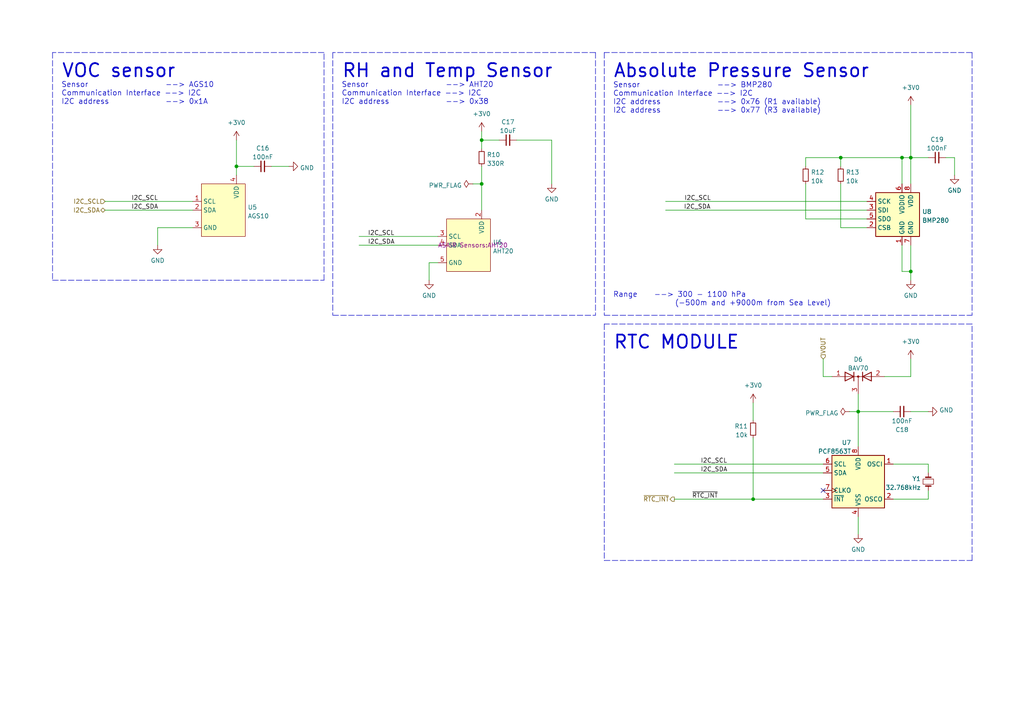
<source format=kicad_sch>
(kicad_sch (version 20211123) (generator eeschema)

  (uuid ce5aa15e-7d1b-40db-bc06-aed8f4184b26)

  (paper "A4")

  (lib_symbols
    (symbol "ASAIR Sensors:AGS10" (in_bom yes) (on_board yes)
      (property "Reference" "U" (id 0) (at 10.16 0 0)
        (effects (font (size 1.27 1.27)))
      )
      (property "Value" "AGS10" (id 1) (at 12.7 2.54 0)
        (effects (font (size 1.27 1.27)))
      )
      (property "Footprint" "ASAIR Sensors:AGS10" (id 2) (at 2.54 0 0)
        (effects (font (size 1.27 1.27)) hide)
      )
      (property "Datasheet" "" (id 3) (at 12.7 7.62 0)
        (effects (font (size 1.27 1.27)) hide)
      )
      (property "ki_description" "I2C TVOC sensor" (id 4) (at 0 0 0)
        (effects (font (size 1.27 1.27)) hide)
      )
      (symbol "AGS10_0_1"
        (rectangle (start -5.08 7.62) (end 7.62 -7.62)
          (stroke (width 0.1524) (type default) (color 0 0 0 0))
          (fill (type background))
        )
      )
      (symbol "AGS10_1_1"
        (pin input line (at -7.62 2.54 0) (length 2.54)
          (name "SCL" (effects (font (size 1.27 1.27))))
          (number "1" (effects (font (size 1.27 1.27))))
        )
        (pin bidirectional line (at -7.62 0 0) (length 2.54)
          (name "SDA" (effects (font (size 1.27 1.27))))
          (number "2" (effects (font (size 1.27 1.27))))
        )
        (pin passive line (at -7.62 -5.08 0) (length 2.54)
          (name "GND" (effects (font (size 1.27 1.27))))
          (number "3" (effects (font (size 1.27 1.27))))
        )
        (pin power_in line (at 5.08 10.16 270) (length 2.54)
          (name "VDD" (effects (font (size 1.27 1.27))))
          (number "4" (effects (font (size 1.27 1.27))))
        )
      )
    )
    (symbol "ASAIR Sensors:AHT20" (in_bom yes) (on_board yes)
      (property "Reference" "U" (id 0) (at 12.7 -2.54 0)
        (effects (font (size 1.27 1.27)))
      )
      (property "Value" "AHT20" (id 1) (at 12.7 0 0)
        (effects (font (size 1.27 1.27)))
      )
      (property "Footprint" "ASAIR Sensors:AHT20" (id 2) (at 2.54 0 0)
        (effects (font (size 1.27 1.27)) hide)
      )
      (property "Datasheet" "" (id 3) (at 2.54 0 0)
        (effects (font (size 1.27 1.27)) hide)
      )
      (property "ki_keywords" "Humidiry, Temperature, RH" (id 4) (at 0 0 0)
        (effects (font (size 1.27 1.27)) hide)
      )
      (property "ki_description" "Humidity and Temperature Sensor, " (id 5) (at 0 0 0)
        (effects (font (size 1.27 1.27)) hide)
      )
      (symbol "AHT20_0_1"
        (rectangle (start -5.08 7.62) (end 7.62 -7.62)
          (stroke (width 0.1524) (type default) (color 0 0 0 0))
          (fill (type background))
        )
      )
      (symbol "AHT20_1_1"
        (pin no_connect line (at 10.16 -5.08 180) (length 2.54) hide
          (name "NC" (effects (font (size 1.27 1.27))))
          (number "1" (effects (font (size 1.27 1.27))))
        )
        (pin power_in line (at 5.08 10.16 270) (length 2.54)
          (name "VDD" (effects (font (size 1.27 1.27))))
          (number "2" (effects (font (size 1.27 1.27))))
        )
        (pin input line (at -7.62 2.54 0) (length 2.54)
          (name "SCL" (effects (font (size 1.27 1.27))))
          (number "3" (effects (font (size 1.27 1.27))))
        )
        (pin bidirectional line (at -7.62 0 0) (length 2.54)
          (name "SDA" (effects (font (size 1.27 1.27))))
          (number "4" (effects (font (size 1.27 1.27))))
        )
        (pin passive line (at -7.62 -5.08 0) (length 2.54)
          (name "GND" (effects (font (size 1.27 1.27))))
          (number "5" (effects (font (size 1.27 1.27))))
        )
        (pin no_connect line (at 10.16 -5.08 180) (length 2.54) hide
          (name "NC" (effects (font (size 1.27 1.27))))
          (number "6" (effects (font (size 1.27 1.27))))
        )
      )
    )
    (symbol "Device:C_Small" (pin_numbers hide) (pin_names (offset 0.254) hide) (in_bom yes) (on_board yes)
      (property "Reference" "C" (id 0) (at 0.254 1.778 0)
        (effects (font (size 1.27 1.27)) (justify left))
      )
      (property "Value" "C_Small" (id 1) (at 0.254 -2.032 0)
        (effects (font (size 1.27 1.27)) (justify left))
      )
      (property "Footprint" "" (id 2) (at 0 0 0)
        (effects (font (size 1.27 1.27)) hide)
      )
      (property "Datasheet" "~" (id 3) (at 0 0 0)
        (effects (font (size 1.27 1.27)) hide)
      )
      (property "ki_keywords" "capacitor cap" (id 4) (at 0 0 0)
        (effects (font (size 1.27 1.27)) hide)
      )
      (property "ki_description" "Unpolarized capacitor, small symbol" (id 5) (at 0 0 0)
        (effects (font (size 1.27 1.27)) hide)
      )
      (property "ki_fp_filters" "C_*" (id 6) (at 0 0 0)
        (effects (font (size 1.27 1.27)) hide)
      )
      (symbol "C_Small_0_1"
        (polyline
          (pts
            (xy -1.524 -0.508)
            (xy 1.524 -0.508)
          )
          (stroke (width 0.3302) (type default) (color 0 0 0 0))
          (fill (type none))
        )
        (polyline
          (pts
            (xy -1.524 0.508)
            (xy 1.524 0.508)
          )
          (stroke (width 0.3048) (type default) (color 0 0 0 0))
          (fill (type none))
        )
      )
      (symbol "C_Small_1_1"
        (pin passive line (at 0 2.54 270) (length 2.032)
          (name "~" (effects (font (size 1.27 1.27))))
          (number "1" (effects (font (size 1.27 1.27))))
        )
        (pin passive line (at 0 -2.54 90) (length 2.032)
          (name "~" (effects (font (size 1.27 1.27))))
          (number "2" (effects (font (size 1.27 1.27))))
        )
      )
    )
    (symbol "Device:Crystal_Small" (pin_numbers hide) (pin_names (offset 1.016) hide) (in_bom yes) (on_board yes)
      (property "Reference" "Y" (id 0) (at 0 2.54 0)
        (effects (font (size 1.27 1.27)))
      )
      (property "Value" "Crystal_Small" (id 1) (at 0 -2.54 0)
        (effects (font (size 1.27 1.27)))
      )
      (property "Footprint" "" (id 2) (at 0 0 0)
        (effects (font (size 1.27 1.27)) hide)
      )
      (property "Datasheet" "~" (id 3) (at 0 0 0)
        (effects (font (size 1.27 1.27)) hide)
      )
      (property "ki_keywords" "quartz ceramic resonator oscillator" (id 4) (at 0 0 0)
        (effects (font (size 1.27 1.27)) hide)
      )
      (property "ki_description" "Two pin crystal, small symbol" (id 5) (at 0 0 0)
        (effects (font (size 1.27 1.27)) hide)
      )
      (property "ki_fp_filters" "Crystal*" (id 6) (at 0 0 0)
        (effects (font (size 1.27 1.27)) hide)
      )
      (symbol "Crystal_Small_0_1"
        (rectangle (start -0.762 -1.524) (end 0.762 1.524)
          (stroke (width 0) (type default) (color 0 0 0 0))
          (fill (type none))
        )
        (polyline
          (pts
            (xy -1.27 -0.762)
            (xy -1.27 0.762)
          )
          (stroke (width 0.381) (type default) (color 0 0 0 0))
          (fill (type none))
        )
        (polyline
          (pts
            (xy 1.27 -0.762)
            (xy 1.27 0.762)
          )
          (stroke (width 0.381) (type default) (color 0 0 0 0))
          (fill (type none))
        )
      )
      (symbol "Crystal_Small_1_1"
        (pin passive line (at -2.54 0 0) (length 1.27)
          (name "1" (effects (font (size 1.27 1.27))))
          (number "1" (effects (font (size 1.27 1.27))))
        )
        (pin passive line (at 2.54 0 180) (length 1.27)
          (name "2" (effects (font (size 1.27 1.27))))
          (number "2" (effects (font (size 1.27 1.27))))
        )
      )
    )
    (symbol "Device:R_Small" (pin_numbers hide) (pin_names (offset 0.254) hide) (in_bom yes) (on_board yes)
      (property "Reference" "R" (id 0) (at 0.762 0.508 0)
        (effects (font (size 1.27 1.27)) (justify left))
      )
      (property "Value" "R_Small" (id 1) (at 0.762 -1.016 0)
        (effects (font (size 1.27 1.27)) (justify left))
      )
      (property "Footprint" "" (id 2) (at 0 0 0)
        (effects (font (size 1.27 1.27)) hide)
      )
      (property "Datasheet" "~" (id 3) (at 0 0 0)
        (effects (font (size 1.27 1.27)) hide)
      )
      (property "ki_keywords" "R resistor" (id 4) (at 0 0 0)
        (effects (font (size 1.27 1.27)) hide)
      )
      (property "ki_description" "Resistor, small symbol" (id 5) (at 0 0 0)
        (effects (font (size 1.27 1.27)) hide)
      )
      (property "ki_fp_filters" "R_*" (id 6) (at 0 0 0)
        (effects (font (size 1.27 1.27)) hide)
      )
      (symbol "R_Small_0_1"
        (rectangle (start -0.762 1.778) (end 0.762 -1.778)
          (stroke (width 0.2032) (type default) (color 0 0 0 0))
          (fill (type none))
        )
      )
      (symbol "R_Small_1_1"
        (pin passive line (at 0 2.54 270) (length 0.762)
          (name "~" (effects (font (size 1.27 1.27))))
          (number "1" (effects (font (size 1.27 1.27))))
        )
        (pin passive line (at 0 -2.54 90) (length 0.762)
          (name "~" (effects (font (size 1.27 1.27))))
          (number "2" (effects (font (size 1.27 1.27))))
        )
      )
    )
    (symbol "Diode:BAV70" (pin_names (offset 0.762) hide) (in_bom yes) (on_board yes)
      (property "Reference" "D" (id 0) (at 0.635 -2.54 0)
        (effects (font (size 1.27 1.27)) (justify left))
      )
      (property "Value" "BAV70" (id 1) (at 0 2.54 0)
        (effects (font (size 1.27 1.27)))
      )
      (property "Footprint" "Package_TO_SOT_SMD:SOT-23" (id 2) (at 0 0 0)
        (effects (font (size 1.27 1.27)) hide)
      )
      (property "Datasheet" "https://assets.nexperia.com/documents/data-sheet/BAV70_SER.pdf" (id 3) (at 0 0 0)
        (effects (font (size 1.27 1.27)) hide)
      )
      (property "ki_keywords" "diode" (id 4) (at 0 0 0)
        (effects (font (size 1.27 1.27)) hide)
      )
      (property "ki_description" "Dual 100V 215mA high-speed switching diodes, common cathode, SOT-23" (id 5) (at 0 0 0)
        (effects (font (size 1.27 1.27)) hide)
      )
      (property "ki_fp_filters" "SOT?23*" (id 6) (at 0 0 0)
        (effects (font (size 1.27 1.27)) hide)
      )
      (symbol "BAV70_0_1"
        (polyline
          (pts
            (xy -3.81 0)
            (xy 3.81 0)
          )
          (stroke (width 0) (type default) (color 0 0 0 0))
          (fill (type none))
        )
        (polyline
          (pts
            (xy 0 0)
            (xy 0 -2.54)
          )
          (stroke (width 0) (type default) (color 0 0 0 0))
          (fill (type none))
        )
        (polyline
          (pts
            (xy -1.27 -1.27)
            (xy -1.27 1.27)
            (xy -1.27 1.27)
          )
          (stroke (width 0.254) (type default) (color 0 0 0 0))
          (fill (type none))
        )
        (polyline
          (pts
            (xy 1.27 -1.27)
            (xy 1.27 1.27)
            (xy 1.27 1.27)
          )
          (stroke (width 0.254) (type default) (color 0 0 0 0))
          (fill (type none))
        )
        (polyline
          (pts
            (xy -3.81 1.27)
            (xy -1.27 0)
            (xy -3.81 -1.27)
            (xy -3.81 1.27)
            (xy -3.81 1.27)
            (xy -3.81 1.27)
          )
          (stroke (width 0.254) (type default) (color 0 0 0 0))
          (fill (type none))
        )
        (polyline
          (pts
            (xy 3.81 -1.27)
            (xy 1.27 0)
            (xy 3.81 1.27)
            (xy 3.81 -1.27)
            (xy 3.81 -1.27)
            (xy 3.81 -1.27)
          )
          (stroke (width 0.254) (type default) (color 0 0 0 0))
          (fill (type none))
        )
        (circle (center 0 0) (radius 0.254)
          (stroke (width 0) (type default) (color 0 0 0 0))
          (fill (type outline))
        )
        (pin passive line (at -7.62 0 0) (length 3.81)
          (name "A" (effects (font (size 1.27 1.27))))
          (number "1" (effects (font (size 1.27 1.27))))
        )
        (pin passive line (at 7.62 0 180) (length 3.81)
          (name "A" (effects (font (size 1.27 1.27))))
          (number "2" (effects (font (size 1.27 1.27))))
        )
        (pin passive line (at 0 -5.08 90) (length 2.54)
          (name "K" (effects (font (size 1.27 1.27))))
          (number "3" (effects (font (size 1.27 1.27))))
        )
      )
    )
    (symbol "Sensor_Pressure:BMP280" (in_bom yes) (on_board yes)
      (property "Reference" "U" (id 0) (at -7.62 10.16 0)
        (effects (font (size 1.27 1.27)) (justify left top))
      )
      (property "Value" "BMP280" (id 1) (at 5.08 10.16 0)
        (effects (font (size 1.27 1.27)) (justify left top))
      )
      (property "Footprint" "Package_LGA:Bosch_LGA-8_2x2.5mm_P0.65mm_ClockwisePinNumbering" (id 2) (at 0 -17.78 0)
        (effects (font (size 1.27 1.27)) hide)
      )
      (property "Datasheet" "https://ae-bst.resource.bosch.com/media/_tech/media/datasheets/BST-BMP280-DS001.pdf" (id 3) (at 0 0 0)
        (effects (font (size 1.27 1.27)) hide)
      )
      (property "ki_keywords" "I2C, SPI, pressure, temperature, sensor" (id 4) (at 0 0 0)
        (effects (font (size 1.27 1.27)) hide)
      )
      (property "ki_description" "Absolute Barometric Pressure Sensor, LGA-8" (id 5) (at 0 0 0)
        (effects (font (size 1.27 1.27)) hide)
      )
      (property "ki_fp_filters" "Bosch*LGA*2x2.5mm*P0.65mm*" (id 6) (at 0 0 0)
        (effects (font (size 1.27 1.27)) hide)
      )
      (symbol "BMP280_0_1"
        (rectangle (start -7.62 -5.08) (end 5.08 7.62)
          (stroke (width 0.254) (type default) (color 0 0 0 0))
          (fill (type background))
        )
      )
      (symbol "BMP280_1_1"
        (pin power_in line (at 0 -7.62 90) (length 2.54)
          (name "GND" (effects (font (size 1.27 1.27))))
          (number "1" (effects (font (size 1.27 1.27))))
        )
        (pin input line (at -10.16 -2.54 0) (length 2.54)
          (name "CSB" (effects (font (size 1.27 1.27))))
          (number "2" (effects (font (size 1.27 1.27))))
        )
        (pin bidirectional line (at -10.16 2.54 0) (length 2.54)
          (name "SDI" (effects (font (size 1.27 1.27))))
          (number "3" (effects (font (size 1.27 1.27))))
        )
        (pin input line (at -10.16 5.08 0) (length 2.54)
          (name "SCK" (effects (font (size 1.27 1.27))))
          (number "4" (effects (font (size 1.27 1.27))))
        )
        (pin bidirectional line (at -10.16 0 0) (length 2.54)
          (name "SDO" (effects (font (size 1.27 1.27))))
          (number "5" (effects (font (size 1.27 1.27))))
        )
        (pin power_in line (at 0 10.16 270) (length 2.54)
          (name "VDDIO" (effects (font (size 1.27 1.27))))
          (number "6" (effects (font (size 1.27 1.27))))
        )
        (pin power_in line (at 2.54 -7.62 90) (length 2.54)
          (name "GND" (effects (font (size 1.27 1.27))))
          (number "7" (effects (font (size 1.27 1.27))))
        )
        (pin power_in line (at 2.54 10.16 270) (length 2.54)
          (name "VDD" (effects (font (size 1.27 1.27))))
          (number "8" (effects (font (size 1.27 1.27))))
        )
      )
    )
    (symbol "Timer_RTC:PCF8563T" (in_bom yes) (on_board yes)
      (property "Reference" "U" (id 0) (at -7.62 8.89 0)
        (effects (font (size 1.27 1.27)) (justify left))
      )
      (property "Value" "PCF8563T" (id 1) (at 2.54 8.89 0)
        (effects (font (size 1.27 1.27)) (justify left))
      )
      (property "Footprint" "Package_SO:SOIC-8_3.9x4.9mm_P1.27mm" (id 2) (at 0 0 0)
        (effects (font (size 1.27 1.27)) hide)
      )
      (property "Datasheet" "https://www.nxp.com/docs/en/data-sheet/PCF8563.pdf" (id 3) (at 0 0 0)
        (effects (font (size 1.27 1.27)) hide)
      )
      (property "ki_keywords" "I2C RTC Clock Calendar" (id 4) (at 0 0 0)
        (effects (font (size 1.27 1.27)) hide)
      )
      (property "ki_description" "Realtime Clock/Calendar I2C Interface, SOIC-8" (id 5) (at 0 0 0)
        (effects (font (size 1.27 1.27)) hide)
      )
      (property "ki_fp_filters" "SOIC*3.9x4.9mm*P1.27mm*" (id 6) (at 0 0 0)
        (effects (font (size 1.27 1.27)) hide)
      )
      (symbol "PCF8563T_0_1"
        (rectangle (start -7.62 7.62) (end 7.62 -7.62)
          (stroke (width 0.254) (type default) (color 0 0 0 0))
          (fill (type background))
        )
      )
      (symbol "PCF8563T_1_1"
        (pin input line (at -10.16 5.08 0) (length 2.54)
          (name "OSCI" (effects (font (size 1.27 1.27))))
          (number "1" (effects (font (size 1.27 1.27))))
        )
        (pin output line (at -10.16 -5.08 0) (length 2.54)
          (name "OSCO" (effects (font (size 1.27 1.27))))
          (number "2" (effects (font (size 1.27 1.27))))
        )
        (pin output line (at 10.16 -5.08 180) (length 2.54)
          (name "~{INT}" (effects (font (size 1.27 1.27))))
          (number "3" (effects (font (size 1.27 1.27))))
        )
        (pin power_in line (at 0 -10.16 90) (length 2.54)
          (name "VSS" (effects (font (size 1.27 1.27))))
          (number "4" (effects (font (size 1.27 1.27))))
        )
        (pin bidirectional line (at 10.16 2.54 180) (length 2.54)
          (name "SDA" (effects (font (size 1.27 1.27))))
          (number "5" (effects (font (size 1.27 1.27))))
        )
        (pin input line (at 10.16 5.08 180) (length 2.54)
          (name "SCL" (effects (font (size 1.27 1.27))))
          (number "6" (effects (font (size 1.27 1.27))))
        )
        (pin output clock (at 10.16 -2.54 180) (length 2.54)
          (name "CLKO" (effects (font (size 1.27 1.27))))
          (number "7" (effects (font (size 1.27 1.27))))
        )
        (pin power_in line (at 0 10.16 270) (length 2.54)
          (name "VDD" (effects (font (size 1.27 1.27))))
          (number "8" (effects (font (size 1.27 1.27))))
        )
      )
    )
    (symbol "power:+3V0" (power) (pin_names (offset 0)) (in_bom yes) (on_board yes)
      (property "Reference" "#PWR" (id 0) (at 0 -3.81 0)
        (effects (font (size 1.27 1.27)) hide)
      )
      (property "Value" "+3V0" (id 1) (at 0 3.556 0)
        (effects (font (size 1.27 1.27)))
      )
      (property "Footprint" "" (id 2) (at 0 0 0)
        (effects (font (size 1.27 1.27)) hide)
      )
      (property "Datasheet" "" (id 3) (at 0 0 0)
        (effects (font (size 1.27 1.27)) hide)
      )
      (property "ki_keywords" "power-flag" (id 4) (at 0 0 0)
        (effects (font (size 1.27 1.27)) hide)
      )
      (property "ki_description" "Power symbol creates a global label with name \"+3V0\"" (id 5) (at 0 0 0)
        (effects (font (size 1.27 1.27)) hide)
      )
      (symbol "+3V0_0_1"
        (polyline
          (pts
            (xy -0.762 1.27)
            (xy 0 2.54)
          )
          (stroke (width 0) (type default) (color 0 0 0 0))
          (fill (type none))
        )
        (polyline
          (pts
            (xy 0 0)
            (xy 0 2.54)
          )
          (stroke (width 0) (type default) (color 0 0 0 0))
          (fill (type none))
        )
        (polyline
          (pts
            (xy 0 2.54)
            (xy 0.762 1.27)
          )
          (stroke (width 0) (type default) (color 0 0 0 0))
          (fill (type none))
        )
      )
      (symbol "+3V0_1_1"
        (pin power_in line (at 0 0 90) (length 0) hide
          (name "+3V0" (effects (font (size 1.27 1.27))))
          (number "1" (effects (font (size 1.27 1.27))))
        )
      )
    )
    (symbol "power:GND" (power) (pin_names (offset 0)) (in_bom yes) (on_board yes)
      (property "Reference" "#PWR" (id 0) (at 0 -6.35 0)
        (effects (font (size 1.27 1.27)) hide)
      )
      (property "Value" "GND" (id 1) (at 0 -3.81 0)
        (effects (font (size 1.27 1.27)))
      )
      (property "Footprint" "" (id 2) (at 0 0 0)
        (effects (font (size 1.27 1.27)) hide)
      )
      (property "Datasheet" "" (id 3) (at 0 0 0)
        (effects (font (size 1.27 1.27)) hide)
      )
      (property "ki_keywords" "power-flag" (id 4) (at 0 0 0)
        (effects (font (size 1.27 1.27)) hide)
      )
      (property "ki_description" "Power symbol creates a global label with name \"GND\" , ground" (id 5) (at 0 0 0)
        (effects (font (size 1.27 1.27)) hide)
      )
      (symbol "GND_0_1"
        (polyline
          (pts
            (xy 0 0)
            (xy 0 -1.27)
            (xy 1.27 -1.27)
            (xy 0 -2.54)
            (xy -1.27 -1.27)
            (xy 0 -1.27)
          )
          (stroke (width 0) (type default) (color 0 0 0 0))
          (fill (type none))
        )
      )
      (symbol "GND_1_1"
        (pin power_in line (at 0 0 270) (length 0) hide
          (name "GND" (effects (font (size 1.27 1.27))))
          (number "1" (effects (font (size 1.27 1.27))))
        )
      )
    )
    (symbol "power:PWR_FLAG" (power) (pin_numbers hide) (pin_names (offset 0) hide) (in_bom yes) (on_board yes)
      (property "Reference" "#FLG" (id 0) (at 0 1.905 0)
        (effects (font (size 1.27 1.27)) hide)
      )
      (property "Value" "PWR_FLAG" (id 1) (at 0 3.81 0)
        (effects (font (size 1.27 1.27)))
      )
      (property "Footprint" "" (id 2) (at 0 0 0)
        (effects (font (size 1.27 1.27)) hide)
      )
      (property "Datasheet" "~" (id 3) (at 0 0 0)
        (effects (font (size 1.27 1.27)) hide)
      )
      (property "ki_keywords" "power-flag" (id 4) (at 0 0 0)
        (effects (font (size 1.27 1.27)) hide)
      )
      (property "ki_description" "Special symbol for telling ERC where power comes from" (id 5) (at 0 0 0)
        (effects (font (size 1.27 1.27)) hide)
      )
      (symbol "PWR_FLAG_0_0"
        (pin power_out line (at 0 0 90) (length 0)
          (name "pwr" (effects (font (size 1.27 1.27))))
          (number "1" (effects (font (size 1.27 1.27))))
        )
      )
      (symbol "PWR_FLAG_0_1"
        (polyline
          (pts
            (xy 0 0)
            (xy 0 1.27)
            (xy -1.016 1.905)
            (xy 0 2.54)
            (xy 1.016 1.905)
            (xy 0 1.27)
          )
          (stroke (width 0) (type default) (color 0 0 0 0))
          (fill (type none))
        )
      )
    )
  )

  (junction (at 68.58 48.26) (diameter 0) (color 0 0 0 0)
    (uuid 514c8fe0-b940-4c02-8f61-3312925e44b6)
  )
  (junction (at 264.16 78.74) (diameter 0) (color 0 0 0 0)
    (uuid 5c137bda-812b-48e8-a3f4-19ecc287e474)
  )
  (junction (at 243.84 45.72) (diameter 0) (color 0 0 0 0)
    (uuid 6d29884f-78e6-40a2-9f79-9357d296dace)
  )
  (junction (at 261.62 45.72) (diameter 0) (color 0 0 0 0)
    (uuid 7c0af8ce-afc1-4fc9-b967-cdece32fc7bc)
  )
  (junction (at 248.92 119.38) (diameter 0) (color 0 0 0 0)
    (uuid 8ec5a76d-9679-4179-b8fb-1dd004faf251)
  )
  (junction (at 218.44 144.78) (diameter 0) (color 0 0 0 0)
    (uuid 8f3ab028-e913-4b87-bc75-5938ed146d71)
  )
  (junction (at 139.7 53.34) (diameter 0) (color 0 0 0 0)
    (uuid ca921db5-24c2-49e2-a05c-4aeb32764adf)
  )
  (junction (at 139.7 40.64) (diameter 0) (color 0 0 0 0)
    (uuid d711a0b9-3e63-4cbf-baa5-c33c4fb144fc)
  )
  (junction (at 264.16 45.72) (diameter 0) (color 0 0 0 0)
    (uuid f20c27c1-a694-41f5-beca-2ae330f04090)
  )

  (no_connect (at 238.76 142.24) (uuid 72377e47-a3b5-477d-a9bd-c38a14f473ac))

  (wire (pts (xy 259.08 119.38) (xy 248.92 119.38))
    (stroke (width 0) (type default) (color 0 0 0 0))
    (uuid 065b2d08-bc6f-4358-9d41-da33963253fd)
  )
  (wire (pts (xy 264.16 78.74) (xy 261.62 78.74))
    (stroke (width 0) (type default) (color 0 0 0 0))
    (uuid 09f9fd38-c1dd-4c73-9246-7a97c9f6571f)
  )
  (wire (pts (xy 264.16 45.72) (xy 264.16 53.34))
    (stroke (width 0) (type default) (color 0 0 0 0))
    (uuid 0c1b5f37-1d74-4aef-80db-56090ae746e0)
  )
  (polyline (pts (xy 15.24 81.28) (xy 93.98 81.28))
    (stroke (width 0) (type default) (color 0 0 0 0))
    (uuid 0c6d530b-8b22-4b81-96bc-a18093c13503)
  )

  (wire (pts (xy 246.38 119.38) (xy 248.92 119.38))
    (stroke (width 0) (type default) (color 0 0 0 0))
    (uuid 0e7eae99-d668-4249-a77d-5e0f3bff05d1)
  )
  (wire (pts (xy 218.44 116.84) (xy 218.44 121.92))
    (stroke (width 0) (type default) (color 0 0 0 0))
    (uuid 137232ac-945f-4d49-b595-9e8ac7d535d2)
  )
  (wire (pts (xy 243.84 45.72) (xy 243.84 48.26))
    (stroke (width 0) (type default) (color 0 0 0 0))
    (uuid 1b4da074-c2a4-40e3-9bc7-5b21a0e43d17)
  )
  (wire (pts (xy 238.76 137.16) (xy 195.58 137.16))
    (stroke (width 0) (type default) (color 0 0 0 0))
    (uuid 1c8773bd-5c8f-4de1-84f4-e35a1a666f2a)
  )
  (wire (pts (xy 30.48 60.96) (xy 55.88 60.96))
    (stroke (width 0) (type default) (color 0 0 0 0))
    (uuid 20107ac9-e0ff-4451-8e8f-b3d7e91e5242)
  )
  (wire (pts (xy 137.16 53.34) (xy 139.7 53.34))
    (stroke (width 0) (type default) (color 0 0 0 0))
    (uuid 203eb8ba-2665-4019-a58c-7322080bc764)
  )
  (polyline (pts (xy 93.98 15.24) (xy 15.24 15.24))
    (stroke (width 0) (type default) (color 0 0 0 0))
    (uuid 20457850-778a-4137-9ef1-89e0b1d8a638)
  )

  (wire (pts (xy 261.62 78.74) (xy 261.62 71.12))
    (stroke (width 0) (type default) (color 0 0 0 0))
    (uuid 27ab9ee7-292e-4d75-ad08-e31e31e1e5cd)
  )
  (wire (pts (xy 269.24 137.16) (xy 269.24 134.62))
    (stroke (width 0) (type default) (color 0 0 0 0))
    (uuid 2b32f345-852a-4ffd-8ab1-bfce191962e2)
  )
  (wire (pts (xy 276.86 45.72) (xy 274.32 45.72))
    (stroke (width 0) (type default) (color 0 0 0 0))
    (uuid 2ba75041-9e06-43bb-8222-5f6ffaafdcf7)
  )
  (polyline (pts (xy 96.52 91.44) (xy 172.72 91.44))
    (stroke (width 0) (type default) (color 0 0 0 0))
    (uuid 2c4ab7ae-49df-4df0-bb08-2af076ea07dd)
  )

  (wire (pts (xy 45.72 71.12) (xy 45.72 66.04))
    (stroke (width 0) (type default) (color 0 0 0 0))
    (uuid 2cf7c2df-e166-4cfd-8bd0-a9c72fa604f3)
  )
  (wire (pts (xy 261.62 45.72) (xy 264.16 45.72))
    (stroke (width 0) (type default) (color 0 0 0 0))
    (uuid 330eb577-4c71-47b0-a688-12de022f4bd5)
  )
  (polyline (pts (xy 281.94 15.24) (xy 175.26 15.24))
    (stroke (width 0) (type default) (color 0 0 0 0))
    (uuid 352192e9-a642-472c-87fe-745f862ccf45)
  )

  (wire (pts (xy 248.92 149.86) (xy 248.92 154.94))
    (stroke (width 0) (type default) (color 0 0 0 0))
    (uuid 376b13dd-3398-44c6-b97a-f183967b2a05)
  )
  (wire (pts (xy 45.72 66.04) (xy 55.88 66.04))
    (stroke (width 0) (type default) (color 0 0 0 0))
    (uuid 38f72ccb-3fcc-4828-a486-7bc952cc6a0f)
  )
  (polyline (pts (xy 281.94 15.24) (xy 281.94 91.44))
    (stroke (width 0) (type default) (color 0 0 0 0))
    (uuid 3d4fa329-9c38-4e52-99dd-522cb19ceaf1)
  )
  (polyline (pts (xy 281.94 162.56) (xy 281.94 93.98))
    (stroke (width 0) (type default) (color 0 0 0 0))
    (uuid 45b6cca7-2b42-4e13-9869-420bc2ffcf24)
  )

  (wire (pts (xy 104.14 68.58) (xy 127 68.58))
    (stroke (width 0) (type default) (color 0 0 0 0))
    (uuid 48634b5b-9bf0-4308-9844-64a4c996cce5)
  )
  (wire (pts (xy 238.76 104.14) (xy 238.76 109.22))
    (stroke (width 0) (type default) (color 0 0 0 0))
    (uuid 4a48a024-75d3-4883-917b-011226953896)
  )
  (wire (pts (xy 233.68 48.26) (xy 233.68 45.72))
    (stroke (width 0) (type default) (color 0 0 0 0))
    (uuid 4bca5b3a-da5e-4119-b389-70aac23229c6)
  )
  (wire (pts (xy 193.04 60.96) (xy 251.46 60.96))
    (stroke (width 0) (type default) (color 0 0 0 0))
    (uuid 4ddfd4ce-4c60-4228-b88d-7c812aae45ea)
  )
  (wire (pts (xy 264.16 71.12) (xy 264.16 78.74))
    (stroke (width 0) (type default) (color 0 0 0 0))
    (uuid 50743792-e9a1-4e81-babd-496fd8de92b1)
  )
  (polyline (pts (xy 175.26 15.24) (xy 175.26 91.44))
    (stroke (width 0) (type default) (color 0 0 0 0))
    (uuid 5314821b-2545-4d1a-9bb5-6475b19ff87a)
  )

  (wire (pts (xy 248.92 119.38) (xy 248.92 114.3))
    (stroke (width 0) (type default) (color 0 0 0 0))
    (uuid 538bd4e5-4553-46e6-bb93-213bd85fdb2e)
  )
  (wire (pts (xy 269.24 144.78) (xy 259.08 144.78))
    (stroke (width 0) (type default) (color 0 0 0 0))
    (uuid 5a4c0f3a-dcc1-4336-b041-ab5a8df8ea7c)
  )
  (polyline (pts (xy 96.52 15.24) (xy 96.52 91.44))
    (stroke (width 0) (type default) (color 0 0 0 0))
    (uuid 5bfba6b5-4a7e-4128-a520-60b185558803)
  )

  (wire (pts (xy 233.68 45.72) (xy 243.84 45.72))
    (stroke (width 0) (type default) (color 0 0 0 0))
    (uuid 5e5bc573-f2fc-40a3-96b0-94295fc99dc9)
  )
  (wire (pts (xy 68.58 48.26) (xy 73.66 48.26))
    (stroke (width 0) (type default) (color 0 0 0 0))
    (uuid 5e8ab5c7-18e9-48f3-964c-21b3a8541101)
  )
  (wire (pts (xy 30.48 58.42) (xy 55.88 58.42))
    (stroke (width 0) (type default) (color 0 0 0 0))
    (uuid 620b5cd9-61b0-4b32-83b5-5e770d0b25ac)
  )
  (wire (pts (xy 68.58 48.26) (xy 68.58 50.8))
    (stroke (width 0) (type default) (color 0 0 0 0))
    (uuid 64ca812b-805a-4229-931a-3722b07a93cd)
  )
  (wire (pts (xy 139.7 38.1) (xy 139.7 40.64))
    (stroke (width 0) (type default) (color 0 0 0 0))
    (uuid 652564d8-4a39-46ba-aa64-5935e5539788)
  )
  (wire (pts (xy 218.44 127) (xy 218.44 144.78))
    (stroke (width 0) (type default) (color 0 0 0 0))
    (uuid 6776f8c6-9c17-4cbe-9f2c-82ecc3f5b8cb)
  )
  (polyline (pts (xy 281.94 93.98) (xy 175.26 93.98))
    (stroke (width 0) (type default) (color 0 0 0 0))
    (uuid 71c2d8fd-94b5-40ff-9ab0-ea88ec828f15)
  )
  (polyline (pts (xy 175.26 91.44) (xy 281.94 91.44))
    (stroke (width 0) (type default) (color 0 0 0 0))
    (uuid 7e4a92b8-36df-4dfc-ae3f-60a9d8fce7ce)
  )

  (wire (pts (xy 264.16 78.74) (xy 264.16 81.28))
    (stroke (width 0) (type default) (color 0 0 0 0))
    (uuid 7ede05e5-8d40-4771-b3a7-dd864c4c715e)
  )
  (polyline (pts (xy 175.26 93.98) (xy 175.26 162.56))
    (stroke (width 0) (type default) (color 0 0 0 0))
    (uuid 81e52093-9b48-4df9-8f1e-4fc436b4de1e)
  )

  (wire (pts (xy 276.86 45.72) (xy 276.86 50.8))
    (stroke (width 0) (type default) (color 0 0 0 0))
    (uuid 8545cf91-d97a-44a6-8b70-4571dee63271)
  )
  (wire (pts (xy 139.7 40.64) (xy 139.7 43.18))
    (stroke (width 0) (type default) (color 0 0 0 0))
    (uuid 8809e8ee-afdd-464a-8f5e-57ca091ec50e)
  )
  (wire (pts (xy 68.58 40.64) (xy 68.58 48.26))
    (stroke (width 0) (type default) (color 0 0 0 0))
    (uuid 8d2d2093-d2aa-4944-87f7-bc7cdbc55b55)
  )
  (polyline (pts (xy 93.98 81.28) (xy 93.98 15.24))
    (stroke (width 0) (type default) (color 0 0 0 0))
    (uuid 8d629488-2dfa-4b57-8c6c-49f1fce152d3)
  )

  (wire (pts (xy 243.84 66.04) (xy 251.46 66.04))
    (stroke (width 0) (type default) (color 0 0 0 0))
    (uuid 8dc90f78-7a12-43b4-88c9-b4b1c1ce4252)
  )
  (polyline (pts (xy 172.72 15.24) (xy 172.72 91.44))
    (stroke (width 0) (type default) (color 0 0 0 0))
    (uuid 9134aefa-cebd-42a4-b047-d61ea540d882)
  )

  (wire (pts (xy 261.62 53.34) (xy 261.62 45.72))
    (stroke (width 0) (type default) (color 0 0 0 0))
    (uuid 9701ac64-5064-4ee1-8c42-ea3b500247a4)
  )
  (wire (pts (xy 243.84 53.34) (xy 243.84 66.04))
    (stroke (width 0) (type default) (color 0 0 0 0))
    (uuid a3bc629f-fe1e-48a4-aa9b-ea17c793beee)
  )
  (wire (pts (xy 264.16 119.38) (xy 269.24 119.38))
    (stroke (width 0) (type default) (color 0 0 0 0))
    (uuid a7748edd-e7ef-4f3d-8e7f-75fb3baf5ce6)
  )
  (wire (pts (xy 124.46 81.28) (xy 124.46 76.2))
    (stroke (width 0) (type default) (color 0 0 0 0))
    (uuid a98d5a6d-0690-4c8c-a697-8be79b604eb9)
  )
  (wire (pts (xy 264.16 109.22) (xy 264.16 104.14))
    (stroke (width 0) (type default) (color 0 0 0 0))
    (uuid b379f09f-7a36-49ac-8a49-b3a3b6bb24f5)
  )
  (wire (pts (xy 139.7 53.34) (xy 139.7 60.96))
    (stroke (width 0) (type default) (color 0 0 0 0))
    (uuid b9ac363c-52b1-46a4-a1a1-8b251ed3aa0c)
  )
  (wire (pts (xy 238.76 134.62) (xy 195.58 134.62))
    (stroke (width 0) (type default) (color 0 0 0 0))
    (uuid bc551d21-adf4-47bc-a5e1-df3ab588ebd2)
  )
  (wire (pts (xy 238.76 144.78) (xy 218.44 144.78))
    (stroke (width 0) (type default) (color 0 0 0 0))
    (uuid c68d8085-7d43-4661-9db2-4dd6b5fa1d2d)
  )
  (wire (pts (xy 256.54 109.22) (xy 264.16 109.22))
    (stroke (width 0) (type default) (color 0 0 0 0))
    (uuid c78d6271-c61b-49a3-8b17-16781df82c94)
  )
  (polyline (pts (xy 175.26 162.56) (xy 281.94 162.56))
    (stroke (width 0) (type default) (color 0 0 0 0))
    (uuid cabdb550-8ca8-4694-a942-b10e33261e5a)
  )

  (wire (pts (xy 139.7 48.26) (xy 139.7 53.34))
    (stroke (width 0) (type default) (color 0 0 0 0))
    (uuid cb584bbe-316b-4ca7-b01d-73ae08b3f099)
  )
  (wire (pts (xy 233.68 63.5) (xy 251.46 63.5))
    (stroke (width 0) (type default) (color 0 0 0 0))
    (uuid cca4b522-7748-44ee-9936-9eca4d078fff)
  )
  (wire (pts (xy 238.76 109.22) (xy 241.3 109.22))
    (stroke (width 0) (type default) (color 0 0 0 0))
    (uuid cd5edc6e-8300-4c46-89cb-42d684fbd9dc)
  )
  (polyline (pts (xy 15.24 15.24) (xy 15.24 81.28))
    (stroke (width 0) (type default) (color 0 0 0 0))
    (uuid d2ca68c1-7e6d-4e13-a11d-19d3e54444af)
  )

  (wire (pts (xy 269.24 134.62) (xy 259.08 134.62))
    (stroke (width 0) (type default) (color 0 0 0 0))
    (uuid d90b865e-0275-43de-ab0d-f37e75d80e84)
  )
  (wire (pts (xy 264.16 30.48) (xy 264.16 45.72))
    (stroke (width 0) (type default) (color 0 0 0 0))
    (uuid d913c6fe-f267-418d-8bcc-34440a2a8cfe)
  )
  (wire (pts (xy 193.04 58.42) (xy 251.46 58.42))
    (stroke (width 0) (type default) (color 0 0 0 0))
    (uuid da4ee6c2-cad9-4efe-98a5-9199fd05fc20)
  )
  (wire (pts (xy 104.14 71.12) (xy 127 71.12))
    (stroke (width 0) (type default) (color 0 0 0 0))
    (uuid dad33e4c-9140-4685-99b8-82a3206810ca)
  )
  (wire (pts (xy 269.24 142.24) (xy 269.24 144.78))
    (stroke (width 0) (type default) (color 0 0 0 0))
    (uuid ddf81381-cc97-4aee-8e17-9df3278a63ff)
  )
  (wire (pts (xy 149.86 40.64) (xy 160.02 40.64))
    (stroke (width 0) (type default) (color 0 0 0 0))
    (uuid e40a65ce-2838-495e-9034-4635a2d9f318)
  )
  (wire (pts (xy 264.16 45.72) (xy 269.24 45.72))
    (stroke (width 0) (type default) (color 0 0 0 0))
    (uuid e42c1b96-5b98-45fe-830b-a41ed53c0423)
  )
  (wire (pts (xy 218.44 144.78) (xy 195.58 144.78))
    (stroke (width 0) (type default) (color 0 0 0 0))
    (uuid e8bd3f44-3177-4138-b40f-52015df551d3)
  )
  (wire (pts (xy 124.46 76.2) (xy 127 76.2))
    (stroke (width 0) (type default) (color 0 0 0 0))
    (uuid eb499f76-0c3d-4cc3-960a-a90f5e9253b0)
  )
  (polyline (pts (xy 172.72 15.24) (xy 96.52 15.24))
    (stroke (width 0) (type default) (color 0 0 0 0))
    (uuid ec36ce47-9f84-4ac3-a2e1-e574e9ef409f)
  )

  (wire (pts (xy 83.82 48.26) (xy 78.74 48.26))
    (stroke (width 0) (type default) (color 0 0 0 0))
    (uuid f116aae8-fea1-4baa-8a5c-f79e15684ba1)
  )
  (wire (pts (xy 248.92 119.38) (xy 248.92 129.54))
    (stroke (width 0) (type default) (color 0 0 0 0))
    (uuid f3d4b799-ea3c-4981-8ddc-b6571f4733b5)
  )
  (wire (pts (xy 233.68 53.34) (xy 233.68 63.5))
    (stroke (width 0) (type default) (color 0 0 0 0))
    (uuid f3e3fa3d-433c-489b-a2eb-54c954f2859c)
  )
  (wire (pts (xy 160.02 40.64) (xy 160.02 53.34))
    (stroke (width 0) (type default) (color 0 0 0 0))
    (uuid f737ba0e-860e-4418-bd37-af05c99cf591)
  )
  (wire (pts (xy 261.62 45.72) (xy 243.84 45.72))
    (stroke (width 0) (type default) (color 0 0 0 0))
    (uuid fb83772d-4cd0-4476-9deb-7bc3b1368b62)
  )
  (wire (pts (xy 139.7 40.64) (xy 144.78 40.64))
    (stroke (width 0) (type default) (color 0 0 0 0))
    (uuid fca7e5b9-38d2-43e6-b9cb-7c29c66b567d)
  )

  (text "Sensor				--> AGS10\nCommunication Interface --> I2C\nI2C address			--> 0x1A\n"
    (at 17.78 30.48 0)
    (effects (font (size 1.524 1.524)) (justify left bottom))
    (uuid 020039ca-639d-417e-a2dc-2ba24bf213c8)
  )
  (text "Sensor				--> BMP280\nCommunication Interface --> I2C\nI2C address			--> 0x76 (R1 available)\nI2C address			--> 0x77 (R3 available)\n"
    (at 177.8 33.02 0)
    (effects (font (size 1.524 1.524)) (justify left bottom))
    (uuid 2bddfd9d-37e1-4955-9091-655bb4e8b3e3)
  )
  (text "Range	--> 300 - 1100 hPa\n			(-500m and +9000m from Sea Level)\n"
    (at 177.8 88.9 0)
    (effects (font (size 1.524 1.524)) (justify left bottom))
    (uuid 4742cad2-6004-4855-ab12-9ba8a155c3c1)
  )
  (text "RH and Temp Sensor" (at 99.06 22.86 0)
    (effects (font (size 3.81 3.81) (thickness 0.508) bold) (justify left bottom))
    (uuid 6ac0e7ff-7f7a-4151-b6e2-eaeed7578528)
  )
  (text "RTC MODULE" (at 177.8 101.6 0)
    (effects (font (size 3.81 3.81) (thickness 0.508) bold) (justify left bottom))
    (uuid b141a73f-6a22-4edb-8b3b-7e5244bf22e7)
  )
  (text "Sensor				--> AHT20\nCommunication Interface --> I2C\nI2C address			--> 0x38\n"
    (at 99.06 30.48 0)
    (effects (font (size 1.524 1.524)) (justify left bottom))
    (uuid c9f4b35c-8b73-456a-962d-230f033d5f7c)
  )
  (text "VOC sensor" (at 17.78 22.86 0)
    (effects (font (size 3.81 3.81) (thickness 0.508) bold) (justify left bottom))
    (uuid d340f6a3-a3f1-46bf-bde0-b80763f2f257)
  )
  (text "Absolute Pressure Sensor" (at 177.8 22.86 0)
    (effects (font (size 3.81 3.81) (thickness 0.508) bold) (justify left bottom))
    (uuid f1626d4e-8ff6-4304-bc00-179490cebc4f)
  )

  (label "I2C_SDA" (at 203.2 137.16 0)
    (effects (font (size 1.27 1.27)) (justify left bottom))
    (uuid 1d9ea9c0-9d0a-4d58-814b-f5b01ae2b162)
  )
  (label "~{RTC_INT}" (at 208.28 144.78 180)
    (effects (font (size 1.27 1.27)) (justify right bottom))
    (uuid 1ebd3c52-7a30-4042-bd7a-dcaa870e1401)
  )
  (label "I2C_SDA" (at 106.68 71.12 0)
    (effects (font (size 1.27 1.27)) (justify left bottom))
    (uuid 37c14930-f363-448c-95b3-0deddedd0bf8)
  )
  (label "I2C_SDA" (at 198.3183 60.96 0)
    (effects (font (size 1.27 1.27)) (justify left bottom))
    (uuid 3aa124de-9b7a-4284-b0b8-18390f2c9b60)
  )
  (label "I2C_SCL" (at 106.68 68.58 0)
    (effects (font (size 1.27 1.27)) (justify left bottom))
    (uuid 536e5370-8fd5-4e6f-9695-4c0a4c557fe3)
  )
  (label "I2C_SCL" (at 38.1 58.42 0)
    (effects (font (size 1.27 1.27)) (justify left bottom))
    (uuid 54a2f2d8-b492-400a-963f-8b8dedcb8f6e)
  )
  (label "I2C_SDA" (at 38.1 60.96 0)
    (effects (font (size 1.27 1.27)) (justify left bottom))
    (uuid 96a04cf7-97f5-44ef-9041-f9d7010ae647)
  )
  (label "I2C_SCL" (at 198.4685 58.42 0)
    (effects (font (size 1.27 1.27)) (justify left bottom))
    (uuid c2cf2fd4-353e-4c1d-bfcc-9a11645dc035)
  )
  (label "I2C_SCL" (at 203.2 134.62 0)
    (effects (font (size 1.27 1.27)) (justify left bottom))
    (uuid cc4b2a34-c208-4fde-8ab2-6565efb21d78)
  )

  (hierarchical_label "I2C_SDA" (shape bidirectional) (at 30.48 60.96 180)
    (effects (font (size 1.27 1.27)) (justify right))
    (uuid 013a6205-6c37-44c0-8fb3-cdc8df776b2a)
  )
  (hierarchical_label "I2C_SCL" (shape input) (at 30.48 58.42 180)
    (effects (font (size 1.27 1.27)) (justify right))
    (uuid 0f76ec9c-afa1-4e61-8371-0322508db66a)
  )
  (hierarchical_label "~{RTC_INT}" (shape output) (at 195.58 144.78 180)
    (effects (font (size 1.27 1.27)) (justify right))
    (uuid 48513d3e-b7f0-43bc-bd21-0a2193bb695b)
  )
  (hierarchical_label "VOUT" (shape input) (at 238.76 104.14 90)
    (effects (font (size 1.27 1.27)) (justify left))
    (uuid a7aa33a7-6cd3-472c-ac98-d7fea365fb24)
  )

  (symbol (lib_id "Device:R_Small") (at 218.44 124.46 0) (mirror y) (unit 1)
    (in_bom yes) (on_board yes) (fields_autoplaced)
    (uuid 05546c71-9298-4afa-a95d-4a15c8da9342)
    (property "Reference" "R11" (id 0) (at 216.9414 123.6253 0)
      (effects (font (size 1.27 1.27)) (justify left))
    )
    (property "Value" "10k" (id 1) (at 216.9414 126.1622 0)
      (effects (font (size 1.27 1.27)) (justify left))
    )
    (property "Footprint" "Resistor_SMD:R_0402_1005Metric" (id 2) (at 218.44 124.46 0)
      (effects (font (size 1.27 1.27)) hide)
    )
    (property "Datasheet" "~" (id 3) (at 218.44 124.46 0)
      (effects (font (size 1.27 1.27)) hide)
    )
    (pin "1" (uuid 7364f1af-c0df-4c8d-bbf8-720822f591ae))
    (pin "2" (uuid 901ebc93-ce1f-4bed-8003-a939620cc733))
  )

  (symbol (lib_id "power:GND") (at 276.86 50.8 0) (unit 1)
    (in_bom yes) (on_board yes) (fields_autoplaced)
    (uuid 0e80b6c9-0097-4254-90f3-4c011e81c197)
    (property "Reference" "#PWR033" (id 0) (at 276.86 57.15 0)
      (effects (font (size 1.27 1.27)) hide)
    )
    (property "Value" "GND" (id 1) (at 276.86 55.2434 0))
    (property "Footprint" "" (id 2) (at 276.86 50.8 0)
      (effects (font (size 1.27 1.27)) hide)
    )
    (property "Datasheet" "" (id 3) (at 276.86 50.8 0)
      (effects (font (size 1.27 1.27)) hide)
    )
    (pin "1" (uuid ab7d057e-180c-44e0-a173-b6f5853833ea))
  )

  (symbol (lib_id "power:+3V0") (at 139.7 38.1 0) (unit 1)
    (in_bom yes) (on_board yes) (fields_autoplaced)
    (uuid 0fc32b34-2329-456c-a62a-2087bc74fba7)
    (property "Reference" "#PWR024" (id 0) (at 139.7 41.91 0)
      (effects (font (size 1.27 1.27)) hide)
    )
    (property "Value" "+3V0" (id 1) (at 139.7 33.02 0))
    (property "Footprint" "" (id 2) (at 139.7 38.1 0)
      (effects (font (size 1.27 1.27)) hide)
    )
    (property "Datasheet" "" (id 3) (at 139.7 38.1 0)
      (effects (font (size 1.27 1.27)) hide)
    )
    (pin "1" (uuid 61649db4-87fd-4afa-ac98-768b23340ccd))
  )

  (symbol (lib_id "ASAIR Sensors:AGS10") (at 63.5 60.96 0) (unit 1)
    (in_bom yes) (on_board yes) (fields_autoplaced)
    (uuid 16fb91f6-783f-4e36-8491-4d0b5a949587)
    (property "Reference" "U5" (id 0) (at 71.8312 60.1253 0)
      (effects (font (size 1.27 1.27)) (justify left))
    )
    (property "Value" "AGS10" (id 1) (at 71.8312 62.6622 0)
      (effects (font (size 1.27 1.27)) (justify left))
    )
    (property "Footprint" "ASAIR Sensors:AGS10" (id 2) (at 66.04 60.96 0)
      (effects (font (size 1.27 1.27)) hide)
    )
    (property "Datasheet" "" (id 3) (at 76.2 53.34 0)
      (effects (font (size 1.27 1.27)) hide)
    )
    (pin "1" (uuid ea4e940d-2857-41cd-bd01-1ec3a05536f8))
    (pin "2" (uuid bbff0247-4a2f-4f6e-a92a-2b8fc4c9f8bb))
    (pin "3" (uuid 51ed5d0d-5ca1-4cfa-b3c4-9e84a441bf0c))
    (pin "4" (uuid 6e18971a-c32e-4392-b78e-ee809cb4828b))
  )

  (symbol (lib_id "Device:C_Small") (at 261.62 119.38 90) (mirror x) (unit 1)
    (in_bom yes) (on_board yes) (fields_autoplaced)
    (uuid 1cdf28b3-0eab-48a2-87fa-0a2642d6f304)
    (property "Reference" "C18" (id 0) (at 261.6263 124.6419 90))
    (property "Value" "100nF" (id 1) (at 261.6263 122.105 90))
    (property "Footprint" "Capacitor_SMD:C_0402_1005Metric" (id 2) (at 261.62 119.38 0)
      (effects (font (size 1.27 1.27)) hide)
    )
    (property "Datasheet" "~" (id 3) (at 261.62 119.38 0)
      (effects (font (size 1.27 1.27)) hide)
    )
    (pin "1" (uuid efe2f7f6-61f6-464f-8c6e-244c703d3fc4))
    (pin "2" (uuid 96e042a2-acf1-4ea2-8190-08d2bbf4c48b))
  )

  (symbol (lib_id "Device:C_Small") (at 271.78 45.72 90) (unit 1)
    (in_bom yes) (on_board yes) (fields_autoplaced)
    (uuid 2676a313-c5b7-48fd-9b7c-b8f8d9313dd4)
    (property "Reference" "C19" (id 0) (at 271.7863 40.4581 90))
    (property "Value" "100nF" (id 1) (at 271.7863 42.995 90))
    (property "Footprint" "Capacitor_SMD:C_0402_1005Metric" (id 2) (at 271.78 45.72 0)
      (effects (font (size 1.27 1.27)) hide)
    )
    (property "Datasheet" "~" (id 3) (at 271.78 45.72 0)
      (effects (font (size 1.27 1.27)) hide)
    )
    (pin "1" (uuid 431c3fa7-e8ac-417b-ab11-22f4fc3109f5))
    (pin "2" (uuid 71b3fc8f-ae6b-4570-b00b-7662c1d9c537))
  )

  (symbol (lib_id "power:GND") (at 45.72 71.12 0) (unit 1)
    (in_bom yes) (on_board yes) (fields_autoplaced)
    (uuid 44195e68-ad48-4c8f-9506-f3f5e102c520)
    (property "Reference" "#PWR020" (id 0) (at 45.72 77.47 0)
      (effects (font (size 1.27 1.27)) hide)
    )
    (property "Value" "GND" (id 1) (at 45.72 75.5634 0))
    (property "Footprint" "" (id 2) (at 45.72 71.12 0)
      (effects (font (size 1.27 1.27)) hide)
    )
    (property "Datasheet" "" (id 3) (at 45.72 71.12 0)
      (effects (font (size 1.27 1.27)) hide)
    )
    (pin "1" (uuid d06386f4-ea22-45da-80af-6fdfd53d015a))
  )

  (symbol (lib_id "Device:Crystal_Small") (at 269.24 139.7 270) (mirror x) (unit 1)
    (in_bom yes) (on_board yes) (fields_autoplaced)
    (uuid 462878ea-ef6e-48d0-b915-32d315bcc74b)
    (property "Reference" "Y1" (id 0) (at 267.081 138.8653 90)
      (effects (font (size 1.27 1.27)) (justify right))
    )
    (property "Value" "32.768kHz" (id 1) (at 267.081 141.4022 90)
      (effects (font (size 1.27 1.27)) (justify right))
    )
    (property "Footprint" "Crystal:Crystal_SMD_3215-2Pin_3.2x1.5mm" (id 2) (at 269.24 139.7 0)
      (effects (font (size 1.27 1.27)) hide)
    )
    (property "Datasheet" "~" (id 3) (at 269.24 139.7 0)
      (effects (font (size 1.27 1.27)) hide)
    )
    (pin "1" (uuid 33903805-5f90-404c-883e-c4ed65d0764e))
    (pin "2" (uuid 73ebf9b4-aede-4b8e-b6de-088b3c888fba))
  )

  (symbol (lib_id "power:GND") (at 160.02 53.34 0) (unit 1)
    (in_bom yes) (on_board yes) (fields_autoplaced)
    (uuid 4cf994d6-cb94-4846-9693-5f60cde1344d)
    (property "Reference" "#PWR025" (id 0) (at 160.02 59.69 0)
      (effects (font (size 1.27 1.27)) hide)
    )
    (property "Value" "GND" (id 1) (at 160.02 57.7834 0))
    (property "Footprint" "" (id 2) (at 160.02 53.34 0)
      (effects (font (size 1.27 1.27)) hide)
    )
    (property "Datasheet" "" (id 3) (at 160.02 53.34 0)
      (effects (font (size 1.27 1.27)) hide)
    )
    (pin "1" (uuid a640d710-b816-4537-8d1f-d5752ab053c3))
  )

  (symbol (lib_id "Diode:BAV70") (at 248.92 109.22 0) (unit 1)
    (in_bom yes) (on_board yes) (fields_autoplaced)
    (uuid 5490c3f2-cd41-4c58-81e9-4a790b42a1a1)
    (property "Reference" "D6" (id 0) (at 248.92 104.2502 0))
    (property "Value" "BAV70" (id 1) (at 248.92 106.7871 0))
    (property "Footprint" "Package_TO_SOT_SMD:SOT-23" (id 2) (at 248.92 109.22 0)
      (effects (font (size 1.27 1.27)) hide)
    )
    (property "Datasheet" "https://assets.nexperia.com/documents/data-sheet/BAV70_SER.pdf" (id 3) (at 248.92 109.22 0)
      (effects (font (size 1.27 1.27)) hide)
    )
    (pin "1" (uuid 0aa3dfcf-2cf1-4f15-bba9-fab206842caa))
    (pin "2" (uuid f74b3dd1-7664-48db-be50-54a3f016072a))
    (pin "3" (uuid 7e606b53-e716-48b0-b34e-65276c58e246))
  )

  (symbol (lib_id "power:GND") (at 248.92 154.94 0) (unit 1)
    (in_bom yes) (on_board yes) (fields_autoplaced)
    (uuid 7a830140-6c0f-4f02-9d68-237bac768a31)
    (property "Reference" "#PWR028" (id 0) (at 248.92 161.29 0)
      (effects (font (size 1.27 1.27)) hide)
    )
    (property "Value" "GND" (id 1) (at 248.92 159.3834 0))
    (property "Footprint" "" (id 2) (at 248.92 154.94 0)
      (effects (font (size 1.27 1.27)) hide)
    )
    (property "Datasheet" "" (id 3) (at 248.92 154.94 0)
      (effects (font (size 1.27 1.27)) hide)
    )
    (pin "1" (uuid cef916fd-bc40-4684-bef0-cf8f4f47a960))
  )

  (symbol (lib_id "power:+3V0") (at 264.16 30.48 0) (unit 1)
    (in_bom yes) (on_board yes) (fields_autoplaced)
    (uuid 88bcdfb6-5936-4bff-babb-b98e1e9f0acc)
    (property "Reference" "#PWR029" (id 0) (at 264.16 34.29 0)
      (effects (font (size 1.27 1.27)) hide)
    )
    (property "Value" "+3V0" (id 1) (at 264.16 25.4 0))
    (property "Footprint" "" (id 2) (at 264.16 30.48 0)
      (effects (font (size 1.27 1.27)) hide)
    )
    (property "Datasheet" "" (id 3) (at 264.16 30.48 0)
      (effects (font (size 1.27 1.27)) hide)
    )
    (pin "1" (uuid e3a1ba8f-aac8-4a49-804a-b8770e0b6fdf))
  )

  (symbol (lib_id "power:GND") (at 264.16 81.28 0) (unit 1)
    (in_bom yes) (on_board yes) (fields_autoplaced)
    (uuid 8a34070f-e307-43a7-835a-43763f896f39)
    (property "Reference" "#PWR030" (id 0) (at 264.16 87.63 0)
      (effects (font (size 1.27 1.27)) hide)
    )
    (property "Value" "GND" (id 1) (at 264.16 85.7234 0))
    (property "Footprint" "" (id 2) (at 264.16 81.28 0)
      (effects (font (size 1.27 1.27)) hide)
    )
    (property "Datasheet" "" (id 3) (at 264.16 81.28 0)
      (effects (font (size 1.27 1.27)) hide)
    )
    (pin "1" (uuid 516a0f4d-9b88-4de7-9c56-ffad5cd3fafa))
  )

  (symbol (lib_id "power:PWR_FLAG") (at 137.16 53.34 90) (unit 1)
    (in_bom yes) (on_board yes) (fields_autoplaced)
    (uuid 9e7e8d6a-4c12-4d49-921f-0ac589451054)
    (property "Reference" "#FLG05" (id 0) (at 135.255 53.34 0)
      (effects (font (size 1.27 1.27)) hide)
    )
    (property "Value" "PWR_FLAG" (id 1) (at 133.9851 53.7738 90)
      (effects (font (size 1.27 1.27)) (justify left))
    )
    (property "Footprint" "" (id 2) (at 137.16 53.34 0)
      (effects (font (size 1.27 1.27)) hide)
    )
    (property "Datasheet" "~" (id 3) (at 137.16 53.34 0)
      (effects (font (size 1.27 1.27)) hide)
    )
    (pin "1" (uuid eb01fdca-c4a7-4408-9d2e-4c320563ac86))
  )

  (symbol (lib_id "power:GND") (at 269.24 119.38 90) (mirror x) (unit 1)
    (in_bom yes) (on_board yes) (fields_autoplaced)
    (uuid a73cdfc0-1252-40a1-a285-f014ef8bf4f0)
    (property "Reference" "#PWR032" (id 0) (at 275.59 119.38 0)
      (effects (font (size 1.27 1.27)) hide)
    )
    (property "Value" "GND" (id 1) (at 272.415 118.9462 90)
      (effects (font (size 1.27 1.27)) (justify right))
    )
    (property "Footprint" "" (id 2) (at 269.24 119.38 0)
      (effects (font (size 1.27 1.27)) hide)
    )
    (property "Datasheet" "" (id 3) (at 269.24 119.38 0)
      (effects (font (size 1.27 1.27)) hide)
    )
    (pin "1" (uuid 1e27f8d4-3b8d-4c6a-acdb-37ec0dba8fc7))
  )

  (symbol (lib_id "Sensor_Pressure:BMP280") (at 261.62 63.5 0) (unit 1)
    (in_bom yes) (on_board yes) (fields_autoplaced)
    (uuid acc23168-286f-400d-8bca-6b737ba574fb)
    (property "Reference" "U8" (id 0) (at 267.462 61.3953 0)
      (effects (font (size 1.27 1.27)) (justify left))
    )
    (property "Value" "BMP280" (id 1) (at 267.462 63.9322 0)
      (effects (font (size 1.27 1.27)) (justify left))
    )
    (property "Footprint" "Package_LGA:Bosch_LGA-8_2x2.5mm_P0.65mm_ClockwisePinNumbering" (id 2) (at 261.62 81.28 0)
      (effects (font (size 1.27 1.27)) hide)
    )
    (property "Datasheet" "https://ae-bst.resource.bosch.com/media/_tech/media/datasheets/BST-BMP280-DS001.pdf" (id 3) (at 261.62 63.5 0)
      (effects (font (size 1.27 1.27)) hide)
    )
    (pin "1" (uuid d6b80d94-9811-4799-88f4-670a8b8eb9d2))
    (pin "2" (uuid 747b34dc-b767-4843-b545-22d816953901))
    (pin "3" (uuid e825975b-3c37-43c2-92ef-df3a22ff56df))
    (pin "4" (uuid 5d872ccc-22bd-4738-8724-256e44b54931))
    (pin "5" (uuid 8d78fe29-7c52-4fa0-b94d-4ffc40db8baf))
    (pin "6" (uuid 7504f4a9-d78b-4383-92d8-93d877cc94d6))
    (pin "7" (uuid 235729d3-7664-423f-a843-40c8defd2506))
    (pin "8" (uuid 37465118-4e17-4442-b404-ee163d7f15df))
  )

  (symbol (lib_id "power:+3V0") (at 218.44 116.84 0) (unit 1)
    (in_bom yes) (on_board yes) (fields_autoplaced)
    (uuid b1605f41-bc87-48fa-bf77-79df5d211791)
    (property "Reference" "#PWR026" (id 0) (at 218.44 120.65 0)
      (effects (font (size 1.27 1.27)) hide)
    )
    (property "Value" "+3V0" (id 1) (at 218.44 111.76 0))
    (property "Footprint" "" (id 2) (at 218.44 116.84 0)
      (effects (font (size 1.27 1.27)) hide)
    )
    (property "Datasheet" "" (id 3) (at 218.44 116.84 0)
      (effects (font (size 1.27 1.27)) hide)
    )
    (pin "1" (uuid 207ae599-cd9c-4383-b621-3b98b9b644ee))
  )

  (symbol (lib_id "power:GND") (at 124.46 81.28 0) (unit 1)
    (in_bom yes) (on_board yes) (fields_autoplaced)
    (uuid b2be3668-06d2-4abe-a6ec-362d4319a55b)
    (property "Reference" "#PWR023" (id 0) (at 124.46 87.63 0)
      (effects (font (size 1.27 1.27)) hide)
    )
    (property "Value" "GND" (id 1) (at 124.46 85.7234 0))
    (property "Footprint" "" (id 2) (at 124.46 81.28 0)
      (effects (font (size 1.27 1.27)) hide)
    )
    (property "Datasheet" "" (id 3) (at 124.46 81.28 0)
      (effects (font (size 1.27 1.27)) hide)
    )
    (pin "1" (uuid 2588e0d5-3cd7-4685-968a-bae3fb104aa1))
  )

  (symbol (lib_id "Timer_RTC:PCF8563T") (at 248.92 139.7 0) (mirror y) (unit 1)
    (in_bom yes) (on_board yes) (fields_autoplaced)
    (uuid b3763f48-987b-4389-b3e2-63b4c83c99a8)
    (property "Reference" "U7" (id 0) (at 246.9006 128.3802 0)
      (effects (font (size 1.27 1.27)) (justify left))
    )
    (property "Value" "PCF8563T" (id 1) (at 246.9006 130.9171 0)
      (effects (font (size 1.27 1.27)) (justify left))
    )
    (property "Footprint" "Package_SO:SOIC-8_3.9x4.9mm_P1.27mm" (id 2) (at 248.92 139.7 0)
      (effects (font (size 1.27 1.27)) hide)
    )
    (property "Datasheet" "https://www.nxp.com/docs/en/data-sheet/PCF8563.pdf" (id 3) (at 248.92 139.7 0)
      (effects (font (size 1.27 1.27)) hide)
    )
    (pin "1" (uuid 3b938765-d5bf-4807-968a-84f5be26f046))
    (pin "2" (uuid 7e9bb040-4e8c-4d4a-9449-dd84eeccce23))
    (pin "3" (uuid 5996ef07-c297-470c-88d5-0ba6f0d14d1a))
    (pin "4" (uuid 99b09854-8f25-4851-94a1-1d1149a21585))
    (pin "5" (uuid 41712b34-765a-4640-b905-f21f6ad5539c))
    (pin "6" (uuid 7fe3a352-3bb9-4dfb-a5b6-7b81ea0ed741))
    (pin "7" (uuid 51742386-32ac-4e02-bf17-2f6e8d289f33))
    (pin "8" (uuid 46b416e0-ca39-48e5-afcf-8b4308d3b77b))
  )

  (symbol (lib_id "power:+3V0") (at 264.16 104.14 0) (unit 1)
    (in_bom yes) (on_board yes) (fields_autoplaced)
    (uuid bbcc6d5e-16b2-4ff2-bd62-f0ccb566589c)
    (property "Reference" "#PWR031" (id 0) (at 264.16 107.95 0)
      (effects (font (size 1.27 1.27)) hide)
    )
    (property "Value" "+3V0" (id 1) (at 264.16 99.06 0))
    (property "Footprint" "" (id 2) (at 264.16 104.14 0)
      (effects (font (size 1.27 1.27)) hide)
    )
    (property "Datasheet" "" (id 3) (at 264.16 104.14 0)
      (effects (font (size 1.27 1.27)) hide)
    )
    (pin "1" (uuid f18b2514-6e46-4730-bd71-a2fc1b0a8769))
  )

  (symbol (lib_id "power:PWR_FLAG") (at 246.38 119.38 90) (unit 1)
    (in_bom yes) (on_board yes) (fields_autoplaced)
    (uuid c2dfc7b9-ffab-4a90-8d40-bbd1e3fd3c29)
    (property "Reference" "#FLG06" (id 0) (at 244.475 119.38 0)
      (effects (font (size 1.27 1.27)) hide)
    )
    (property "Value" "PWR_FLAG" (id 1) (at 243.2051 119.8138 90)
      (effects (font (size 1.27 1.27)) (justify left))
    )
    (property "Footprint" "" (id 2) (at 246.38 119.38 0)
      (effects (font (size 1.27 1.27)) hide)
    )
    (property "Datasheet" "~" (id 3) (at 246.38 119.38 0)
      (effects (font (size 1.27 1.27)) hide)
    )
    (pin "1" (uuid de11399c-1c5d-4240-9251-3ca604e3a377))
  )

  (symbol (lib_id "Device:R_Small") (at 243.84 50.8 0) (unit 1)
    (in_bom yes) (on_board yes) (fields_autoplaced)
    (uuid c950fef3-93c5-469e-a960-82f0a847f0e5)
    (property "Reference" "R13" (id 0) (at 245.3386 49.9653 0)
      (effects (font (size 1.27 1.27)) (justify left))
    )
    (property "Value" "10k" (id 1) (at 245.3386 52.5022 0)
      (effects (font (size 1.27 1.27)) (justify left))
    )
    (property "Footprint" "Resistor_SMD:R_0402_1005Metric" (id 2) (at 243.84 50.8 0)
      (effects (font (size 1.27 1.27)) hide)
    )
    (property "Datasheet" "~" (id 3) (at 243.84 50.8 0)
      (effects (font (size 1.27 1.27)) hide)
    )
    (pin "1" (uuid e8d2c117-16e6-47bf-9fd0-b191a6e38326))
    (pin "2" (uuid 11f3b1af-73a7-40d5-9ba1-b28bb00f3292))
  )

  (symbol (lib_id "power:GND") (at 83.82 48.26 90) (unit 1)
    (in_bom yes) (on_board yes) (fields_autoplaced)
    (uuid cedf52ad-5bcc-4292-856e-cbe173a73c45)
    (property "Reference" "#PWR022" (id 0) (at 90.17 48.26 0)
      (effects (font (size 1.27 1.27)) hide)
    )
    (property "Value" "GND" (id 1) (at 86.995 48.6938 90)
      (effects (font (size 1.27 1.27)) (justify right))
    )
    (property "Footprint" "" (id 2) (at 83.82 48.26 0)
      (effects (font (size 1.27 1.27)) hide)
    )
    (property "Datasheet" "" (id 3) (at 83.82 48.26 0)
      (effects (font (size 1.27 1.27)) hide)
    )
    (pin "1" (uuid 118ad834-a0c6-4240-83e5-f069c9484f1e))
  )

  (symbol (lib_id "Device:R_Small") (at 233.68 50.8 0) (unit 1)
    (in_bom yes) (on_board yes) (fields_autoplaced)
    (uuid df7c119f-ed5e-4081-ba10-75c147fa385e)
    (property "Reference" "R12" (id 0) (at 235.1786 49.9653 0)
      (effects (font (size 1.27 1.27)) (justify left))
    )
    (property "Value" "10k" (id 1) (at 235.1786 52.5022 0)
      (effects (font (size 1.27 1.27)) (justify left))
    )
    (property "Footprint" "Resistor_SMD:R_0402_1005Metric" (id 2) (at 233.68 50.8 0)
      (effects (font (size 1.27 1.27)) hide)
    )
    (property "Datasheet" "~" (id 3) (at 233.68 50.8 0)
      (effects (font (size 1.27 1.27)) hide)
    )
    (pin "1" (uuid 23952286-4bb6-4dc2-9652-569f9910149d))
    (pin "2" (uuid 9f13d1f5-64db-4230-a6f5-42676d1cee37))
  )

  (symbol (lib_id "ASAIR Sensors:AHT20") (at 134.62 71.12 0) (unit 1)
    (in_bom yes) (on_board yes) (fields_autoplaced)
    (uuid e8c5e6e4-5cf2-44fb-a34b-8805d4d2b918)
    (property "Reference" "U6" (id 0) (at 142.9512 70.2853 0)
      (effects (font (size 1.27 1.27)) (justify left))
    )
    (property "Value" "AHT20" (id 1) (at 142.9512 72.8222 0)
      (effects (font (size 1.27 1.27)) (justify left))
    )
    (property "Footprint" "ASAIR Sensors:AHT20" (id 2) (at 137.16 71.12 0))
    (property "Datasheet" "" (id 3) (at 137.16 71.12 0)
      (effects (font (size 1.27 1.27)) hide)
    )
    (pin "1" (uuid 4c576dce-7010-4b8f-bdad-81daf000ef3a))
    (pin "2" (uuid ab0651cd-de1c-4eda-9a5e-e4634d7a3ea3))
    (pin "3" (uuid d47244da-b6a9-4ba6-89d6-5172d8ca659c))
    (pin "4" (uuid 08e7709d-d6c0-4477-9b84-6e36f2d1fc53))
    (pin "5" (uuid 6f8a2e27-74f9-4aa3-bd1e-b13bdba20a31))
    (pin "6" (uuid 39152ac1-3ad6-475a-ae98-006193be3fe1))
  )

  (symbol (lib_id "Device:R_Small") (at 139.7 45.72 0) (unit 1)
    (in_bom yes) (on_board yes) (fields_autoplaced)
    (uuid f782f9db-0910-4d25-b2c3-4dbd3e2f2a6f)
    (property "Reference" "R10" (id 0) (at 141.1986 44.8853 0)
      (effects (font (size 1.27 1.27)) (justify left))
    )
    (property "Value" "330R" (id 1) (at 141.1986 47.4222 0)
      (effects (font (size 1.27 1.27)) (justify left))
    )
    (property "Footprint" "Resistor_SMD:R_0402_1005Metric" (id 2) (at 139.7 45.72 0)
      (effects (font (size 1.27 1.27)) hide)
    )
    (property "Datasheet" "~" (id 3) (at 139.7 45.72 0)
      (effects (font (size 1.27 1.27)) hide)
    )
    (pin "1" (uuid dbc25ee8-14ca-4658-94a4-7572e2d1951f))
    (pin "2" (uuid 14556371-894c-45f1-a3d7-7a1d0aed7312))
  )

  (symbol (lib_id "Device:C_Small") (at 76.2 48.26 90) (unit 1)
    (in_bom yes) (on_board yes) (fields_autoplaced)
    (uuid f9070889-2dd0-46fc-923f-6515369b83cf)
    (property "Reference" "C16" (id 0) (at 76.2063 42.9981 90))
    (property "Value" "100nF" (id 1) (at 76.2063 45.535 90))
    (property "Footprint" "Capacitor_SMD:C_0402_1005Metric" (id 2) (at 76.2 48.26 0)
      (effects (font (size 1.27 1.27)) hide)
    )
    (property "Datasheet" "~" (id 3) (at 76.2 48.26 0)
      (effects (font (size 1.27 1.27)) hide)
    )
    (pin "1" (uuid 48ef1b85-3270-4624-bbb3-2eccf7a22303))
    (pin "2" (uuid d9ac02cd-5220-460f-b92c-464dd9cd9474))
  )

  (symbol (lib_id "power:+3V0") (at 68.58 40.64 0) (unit 1)
    (in_bom yes) (on_board yes) (fields_autoplaced)
    (uuid fa194f2c-b539-45a4-b26c-ecaa0042ec84)
    (property "Reference" "#PWR021" (id 0) (at 68.58 44.45 0)
      (effects (font (size 1.27 1.27)) hide)
    )
    (property "Value" "+3V0" (id 1) (at 68.58 35.56 0))
    (property "Footprint" "" (id 2) (at 68.58 40.64 0)
      (effects (font (size 1.27 1.27)) hide)
    )
    (property "Datasheet" "" (id 3) (at 68.58 40.64 0)
      (effects (font (size 1.27 1.27)) hide)
    )
    (pin "1" (uuid 596b10ef-92c2-4974-9f9d-2332f5ac441f))
  )

  (symbol (lib_id "Device:C_Small") (at 147.32 40.64 90) (unit 1)
    (in_bom yes) (on_board yes) (fields_autoplaced)
    (uuid fac33647-236e-4c01-99ae-27fb2de86cab)
    (property "Reference" "C17" (id 0) (at 147.3263 35.3781 90))
    (property "Value" "10uF" (id 1) (at 147.3263 37.915 90))
    (property "Footprint" "Capacitor_SMD:C_0805_2012Metric" (id 2) (at 147.32 40.64 0)
      (effects (font (size 1.27 1.27)) hide)
    )
    (property "Datasheet" "~" (id 3) (at 147.32 40.64 0)
      (effects (font (size 1.27 1.27)) hide)
    )
    (pin "1" (uuid 85a62fa4-a51d-475b-96f6-442bec378226))
    (pin "2" (uuid 059163b6-c11f-4c46-b3f5-bb283f8dcff5))
  )
)

</source>
